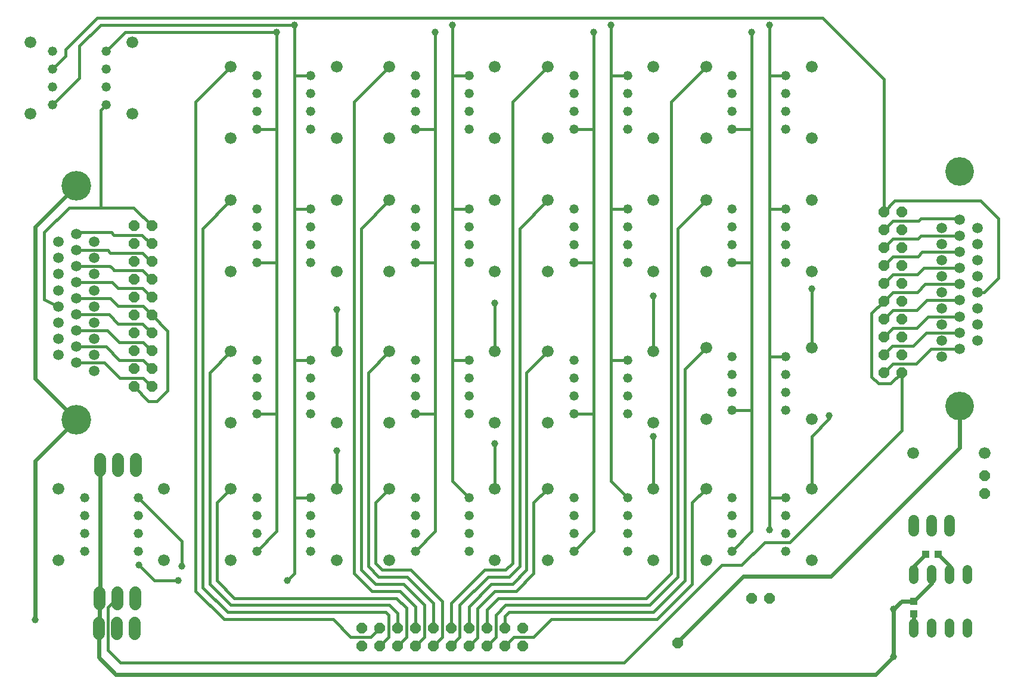
<source format=gbl>
G75*
%MOIN*%
%OFA0B0*%
%FSLAX24Y24*%
%IPPOS*%
%LPD*%
%AMOC8*
5,1,8,0,0,1.08239X$1,22.5*
%
%ADD10C,0.0594*%
%ADD11C,0.1660*%
%ADD12C,0.1601*%
%ADD13OC8,0.0600*%
%ADD14C,0.0520*%
%ADD15C,0.0660*%
%ADD16C,0.0520*%
%ADD17C,0.0600*%
%ADD18R,0.0413X0.0425*%
%ADD19R,0.0425X0.0413*%
%ADD20C,0.0650*%
%ADD21C,0.0396*%
%ADD22C,0.0160*%
%ADD23C,0.0240*%
D10*
X005660Y017977D03*
X005660Y018879D03*
X004660Y018428D03*
X003660Y018879D03*
X004660Y019330D03*
X003660Y019781D03*
X004660Y020231D03*
X003660Y020682D03*
X004660Y021133D03*
X003660Y021584D03*
X004660Y022035D03*
X003660Y022485D03*
X004660Y022936D03*
X003660Y023387D03*
X004660Y023838D03*
X003660Y024289D03*
X004660Y024739D03*
X003660Y025190D03*
X004660Y025641D03*
X005660Y025190D03*
X005660Y024289D03*
X005660Y023387D03*
X005660Y022485D03*
X005660Y021584D03*
X005660Y020682D03*
X005660Y019781D03*
X053069Y019666D03*
X053069Y018765D03*
X054069Y019216D03*
X055069Y019666D03*
X054069Y020117D03*
X055069Y020568D03*
X054069Y021019D03*
X055069Y021470D03*
X054069Y021920D03*
X055069Y022371D03*
X054069Y022822D03*
X055069Y023273D03*
X054069Y023724D03*
X055069Y024174D03*
X054069Y024625D03*
X055069Y025076D03*
X054069Y025527D03*
X055069Y025977D03*
X054069Y026428D03*
X053069Y025977D03*
X053069Y025076D03*
X053069Y024174D03*
X053069Y023273D03*
X053069Y022371D03*
X053069Y021470D03*
X053069Y020568D03*
D11*
X004660Y015226D03*
X004660Y028344D03*
D12*
X054069Y029131D03*
X054069Y016013D03*
D13*
X050829Y017875D03*
X049829Y017875D03*
X049829Y018875D03*
X050829Y018875D03*
X050829Y019875D03*
X049829Y019875D03*
X049829Y020875D03*
X049829Y021875D03*
X050829Y021875D03*
X050829Y020875D03*
X050829Y022875D03*
X049829Y022875D03*
X049829Y023875D03*
X050829Y023875D03*
X050829Y024875D03*
X049829Y024875D03*
X049829Y025875D03*
X050829Y025875D03*
X050829Y026875D03*
X049829Y026875D03*
X055471Y012090D03*
X055471Y011090D03*
X043428Y005251D03*
X042428Y005251D03*
X038291Y002751D03*
X029632Y002584D03*
X028632Y002584D03*
X027632Y002584D03*
X026632Y002584D03*
X025632Y002584D03*
X024632Y002584D03*
X023632Y002584D03*
X022632Y002584D03*
X021632Y002584D03*
X020632Y002584D03*
X020632Y003584D03*
X021632Y003584D03*
X022632Y003584D03*
X023632Y003584D03*
X024632Y003584D03*
X025632Y003584D03*
X026632Y003584D03*
X027632Y003584D03*
X028632Y003584D03*
X029632Y003584D03*
X008900Y017088D03*
X008900Y018088D03*
X007900Y018088D03*
X007900Y017088D03*
X007900Y019088D03*
X007900Y020088D03*
X008900Y020088D03*
X008900Y019088D03*
X008900Y021088D03*
X007900Y021088D03*
X007900Y022088D03*
X007900Y023088D03*
X008900Y023088D03*
X008900Y022088D03*
X008900Y024088D03*
X008900Y025088D03*
X007900Y025088D03*
X007900Y024088D03*
X007900Y026088D03*
X008900Y026088D03*
D14*
X014774Y026025D03*
X014774Y027025D03*
X014774Y025025D03*
X014774Y024025D03*
X017774Y024025D03*
X017774Y025025D03*
X017774Y026025D03*
X017774Y027025D03*
X023632Y027025D03*
X023632Y026025D03*
X023632Y025025D03*
X023632Y024025D03*
X026632Y024025D03*
X026632Y025025D03*
X026632Y026025D03*
X026632Y027025D03*
X032491Y027025D03*
X032491Y026025D03*
X032491Y025025D03*
X032491Y024025D03*
X035491Y024025D03*
X035491Y025025D03*
X035491Y026025D03*
X035491Y027025D03*
X041349Y027025D03*
X041349Y026025D03*
X041349Y025025D03*
X041349Y024025D03*
X044349Y024025D03*
X044349Y025025D03*
X044349Y026025D03*
X044349Y027025D03*
X044349Y031505D03*
X044349Y032505D03*
X044349Y033505D03*
X044349Y034505D03*
X041349Y034505D03*
X041349Y033505D03*
X041349Y032505D03*
X041349Y031505D03*
X035491Y031505D03*
X035491Y032505D03*
X035491Y033505D03*
X035491Y034505D03*
X032491Y034505D03*
X032491Y033505D03*
X032491Y032505D03*
X032491Y031505D03*
X026632Y031505D03*
X026632Y032505D03*
X026632Y033505D03*
X026632Y034505D03*
X023632Y034505D03*
X023632Y033505D03*
X023632Y032505D03*
X023632Y031505D03*
X017774Y031505D03*
X017774Y032505D03*
X017774Y033505D03*
X017774Y034505D03*
X014774Y034505D03*
X014774Y033505D03*
X014774Y032505D03*
X014774Y031505D03*
X006357Y032883D03*
X006357Y033883D03*
X006357Y034883D03*
X006357Y035883D03*
X003357Y035883D03*
X003357Y034883D03*
X003357Y033883D03*
X003357Y032883D03*
X014774Y018560D03*
X014774Y017560D03*
X014774Y016560D03*
X014774Y015560D03*
X017774Y015560D03*
X017774Y016560D03*
X017774Y017560D03*
X017774Y018560D03*
X023632Y018560D03*
X023632Y017560D03*
X023632Y016560D03*
X023632Y015560D03*
X026632Y015560D03*
X026632Y016560D03*
X026632Y017560D03*
X026632Y018560D03*
X032491Y018560D03*
X032491Y017560D03*
X032491Y016560D03*
X032491Y015560D03*
X035491Y015560D03*
X035491Y016560D03*
X035491Y017560D03*
X035491Y018560D03*
X041349Y018757D03*
X041349Y017757D03*
X041349Y016757D03*
X041349Y015757D03*
X044349Y015757D03*
X044349Y016757D03*
X044349Y017757D03*
X044349Y018757D03*
X044349Y010883D03*
X044349Y009883D03*
X044349Y008883D03*
X044349Y007883D03*
X041349Y007883D03*
X041349Y008883D03*
X041349Y009883D03*
X041349Y010883D03*
X035491Y010883D03*
X035491Y009883D03*
X035491Y008883D03*
X035491Y007883D03*
X032491Y007883D03*
X032491Y008883D03*
X032491Y009883D03*
X032491Y010883D03*
X026632Y010883D03*
X026632Y009883D03*
X026632Y008883D03*
X026632Y007883D03*
X023632Y007883D03*
X023632Y008883D03*
X023632Y009883D03*
X023632Y010883D03*
X017774Y010883D03*
X017774Y009883D03*
X017774Y008883D03*
X017774Y007883D03*
X014774Y007883D03*
X014774Y008883D03*
X014774Y009883D03*
X014774Y010883D03*
X008129Y010883D03*
X008129Y009883D03*
X008129Y008883D03*
X008129Y007883D03*
X005129Y007883D03*
X005129Y008883D03*
X005129Y009883D03*
X005129Y010883D03*
D15*
X003676Y011383D03*
X003676Y007383D03*
X009581Y007383D03*
X013321Y007383D03*
X013321Y011383D03*
X009581Y011383D03*
X013321Y015060D03*
X019227Y015060D03*
X022180Y015060D03*
X022180Y011383D03*
X019227Y011383D03*
X019227Y007383D03*
X022180Y007383D03*
X028085Y007383D03*
X031038Y007383D03*
X031038Y011383D03*
X028085Y011383D03*
X028085Y015060D03*
X031038Y015060D03*
X036943Y015060D03*
X039896Y015257D03*
X039896Y011383D03*
X036943Y011383D03*
X036943Y007383D03*
X039896Y007383D03*
X045802Y007383D03*
X045802Y011383D03*
X045802Y015257D03*
X045802Y019257D03*
X039896Y019257D03*
X036943Y019060D03*
X031038Y019060D03*
X028085Y019060D03*
X022180Y019060D03*
X019227Y019060D03*
X013321Y019060D03*
X013321Y023525D03*
X019227Y023525D03*
X022180Y023525D03*
X028085Y023525D03*
X031038Y023525D03*
X036943Y023525D03*
X039896Y023525D03*
X045802Y023525D03*
X045802Y027525D03*
X045802Y031005D03*
X045802Y035005D03*
X039896Y035005D03*
X036943Y035005D03*
X036943Y031005D03*
X039896Y031005D03*
X039896Y027525D03*
X036943Y027525D03*
X031038Y027525D03*
X028085Y027525D03*
X028085Y031005D03*
X031038Y031005D03*
X031038Y035005D03*
X028085Y035005D03*
X022180Y035005D03*
X019227Y035005D03*
X019227Y031005D03*
X022180Y031005D03*
X022180Y027525D03*
X019227Y027525D03*
X013321Y027525D03*
X013321Y031005D03*
X007810Y032383D03*
X013321Y035005D03*
X007810Y036383D03*
X002101Y036383D03*
X002101Y032383D03*
X051481Y013360D03*
X055481Y013360D03*
D16*
X054511Y006820D02*
X054511Y006300D01*
X053511Y006300D02*
X053511Y006820D01*
X052511Y006820D02*
X052511Y006300D01*
X051511Y006300D02*
X051511Y006820D01*
X051511Y003820D02*
X051511Y003300D01*
X052511Y003300D02*
X052511Y003820D01*
X053511Y003820D02*
X053511Y003300D01*
X054511Y003300D02*
X054511Y003820D01*
D17*
X053511Y009000D02*
X053511Y009600D01*
X052511Y009600D02*
X052511Y009000D01*
X051511Y009000D02*
X051511Y009600D01*
D18*
X052177Y007700D03*
X052866Y007700D03*
D19*
X051511Y005064D03*
X051511Y004376D03*
D20*
X007961Y004915D02*
X007961Y005565D01*
X006961Y005565D02*
X006961Y004915D01*
X005961Y004915D02*
X005961Y005565D01*
X005931Y003875D02*
X005931Y003225D01*
X006931Y003225D02*
X006931Y003875D01*
X007931Y003875D02*
X007931Y003225D01*
X007991Y012385D02*
X007991Y013035D01*
X006991Y013035D02*
X006991Y012385D01*
X005991Y012385D02*
X005991Y013035D01*
D21*
X002361Y004040D03*
X008181Y007090D03*
X010369Y006233D03*
X010566Y007021D03*
X016471Y006233D03*
X019227Y013517D03*
X028085Y013911D03*
X036943Y014304D03*
X043441Y009060D03*
X050381Y004620D03*
X050361Y001960D03*
X046786Y015485D03*
X036943Y022178D03*
X028085Y021785D03*
X019227Y021391D03*
X015880Y036942D03*
X016865Y037336D03*
X024739Y036942D03*
X025723Y037336D03*
X033597Y036942D03*
X034581Y037336D03*
X042455Y036942D03*
X043440Y037336D03*
X045802Y022572D03*
D22*
X045802Y019257D01*
X044349Y018757D02*
X043440Y018757D01*
X043440Y027025D01*
X044349Y027025D01*
X043440Y027025D02*
X043440Y034505D01*
X043440Y037336D01*
X042455Y036942D02*
X042455Y031505D01*
X041349Y031505D01*
X042455Y031505D02*
X042455Y024025D01*
X041349Y024025D01*
X042455Y024025D02*
X042455Y015757D01*
X041349Y015757D01*
X042455Y015757D02*
X042455Y008989D01*
X041349Y007883D01*
X041881Y007100D02*
X040761Y007100D01*
X035320Y001639D01*
X007152Y001649D01*
X006441Y002350D01*
X006441Y004720D01*
X006961Y005240D01*
X008181Y007090D02*
X009038Y006233D01*
X010369Y006233D01*
X010172Y006233D01*
X010566Y007021D02*
X010566Y008446D01*
X008129Y010883D01*
X012534Y010596D02*
X012534Y006233D01*
X013518Y005249D01*
X022573Y005249D01*
X023131Y004691D01*
X023131Y003083D01*
X022632Y002584D01*
X022131Y003083D02*
X022131Y004313D01*
X021983Y004462D01*
X013125Y004462D01*
X011747Y005840D01*
X011747Y025950D01*
X013321Y027525D01*
X016865Y027025D02*
X016865Y034580D01*
X016865Y037336D01*
X006038Y037336D01*
X004857Y036155D01*
X004857Y034383D01*
X003357Y032883D01*
X003357Y034883D02*
X004069Y035596D01*
X004069Y035958D01*
X005841Y037729D01*
X046392Y037729D01*
X049829Y034292D01*
X049829Y026875D01*
X050447Y027493D01*
X055251Y027493D01*
X056235Y026509D01*
X056235Y023163D01*
X055443Y022371D01*
X055069Y022371D01*
X054069Y021920D02*
X052237Y021920D01*
X051686Y021370D01*
X050324Y021370D01*
X049829Y020875D01*
X049148Y021194D02*
X049148Y017651D01*
X049542Y017257D01*
X050211Y017257D01*
X050829Y017875D01*
X050829Y014629D01*
X044580Y008380D01*
X043161Y008380D01*
X041881Y007100D01*
X043441Y009060D02*
X043440Y009062D01*
X043440Y010883D01*
X044349Y010883D01*
X043440Y010883D02*
X043440Y018757D01*
X039896Y019257D02*
X038715Y018076D01*
X038715Y006233D01*
X036943Y004462D01*
X028873Y004462D01*
X028632Y004222D01*
X028632Y003584D01*
X027632Y003584D02*
X027632Y004600D01*
X028282Y005249D01*
X036550Y005249D01*
X037928Y006627D01*
X037928Y033037D01*
X039896Y035005D01*
X043440Y034505D02*
X044349Y034505D01*
X035491Y034505D02*
X034581Y034505D01*
X034581Y037336D01*
X033597Y036942D02*
X033597Y031505D01*
X032491Y031505D01*
X033597Y031505D02*
X033597Y024025D01*
X032491Y024025D01*
X033597Y024025D02*
X033597Y015560D01*
X032491Y015560D01*
X033597Y015560D02*
X033597Y008989D01*
X032491Y007883D01*
X030251Y006627D02*
X029266Y005643D01*
X028085Y005643D01*
X027101Y004659D01*
X027101Y003052D01*
X026632Y002584D01*
X026117Y003068D02*
X026117Y004855D01*
X027691Y006430D01*
X028873Y006430D01*
X029463Y007021D01*
X029463Y025950D01*
X031038Y027525D01*
X034581Y027025D02*
X034581Y034505D01*
X031038Y035005D02*
X029069Y033037D01*
X029069Y007218D01*
X028676Y006824D01*
X027495Y006824D01*
X025632Y004962D01*
X025632Y003584D01*
X026117Y003068D02*
X025632Y002584D01*
X025131Y003083D02*
X025131Y005053D01*
X023361Y006824D01*
X021786Y006824D01*
X021392Y007218D01*
X021392Y010596D01*
X022180Y011383D01*
X019227Y011383D02*
X019227Y013517D01*
X017774Y010883D02*
X016865Y010883D01*
X016865Y018560D01*
X017774Y018560D01*
X016865Y018560D02*
X016865Y027025D01*
X017774Y027025D01*
X020605Y025950D02*
X020605Y006824D01*
X021392Y006037D01*
X022967Y006037D01*
X024131Y004872D01*
X024131Y003083D01*
X023632Y002584D01*
X024632Y002584D02*
X025131Y003083D01*
X024632Y003584D02*
X024632Y004962D01*
X023164Y006430D01*
X021589Y006430D01*
X020999Y007021D01*
X020999Y017879D01*
X022180Y019060D01*
X019227Y019060D02*
X019227Y021391D01*
X015880Y024025D02*
X014774Y024025D01*
X015880Y024025D02*
X015880Y031505D01*
X014774Y031505D01*
X015880Y031505D02*
X015880Y036942D01*
X007416Y036942D01*
X006357Y035883D01*
X006357Y032883D02*
X006038Y032564D01*
X006038Y027100D01*
X007888Y027100D01*
X008900Y026088D01*
X008340Y025585D02*
X006765Y025585D01*
X006629Y025722D01*
X004741Y025722D01*
X004660Y025641D01*
X004660Y024739D02*
X006430Y024739D01*
X006589Y024580D01*
X008360Y024580D01*
X008853Y024088D01*
X008900Y024088D01*
X008360Y023596D02*
X006785Y023596D01*
X006727Y023655D01*
X006629Y023753D01*
X006544Y023838D01*
X004660Y023838D01*
X004660Y022936D02*
X006658Y022936D01*
X007002Y022592D01*
X008380Y022592D01*
X008884Y022088D01*
X008900Y022088D01*
X008400Y021588D02*
X007022Y021588D01*
X006575Y022035D01*
X004660Y022035D01*
X003660Y021584D02*
X002888Y021962D01*
X002888Y025722D01*
X004266Y027100D01*
X006038Y027100D01*
X008340Y025585D02*
X008837Y025088D01*
X008900Y025088D01*
X008360Y023596D02*
X008869Y023088D01*
X008900Y023088D01*
X008400Y021588D02*
X008900Y021088D01*
X009778Y020210D01*
X009778Y016863D01*
X009188Y016273D01*
X008715Y016273D01*
X007900Y017088D01*
X008417Y017571D02*
X007102Y017571D01*
X006245Y018428D01*
X004660Y018428D01*
X004660Y019330D02*
X006327Y019330D01*
X007082Y018575D01*
X008413Y018575D01*
X008900Y018088D01*
X008417Y017571D02*
X008900Y017088D01*
X008900Y019088D02*
X008409Y019579D01*
X007062Y019579D01*
X006410Y020231D01*
X004660Y020231D01*
X004660Y021133D02*
X006493Y021133D01*
X007022Y020603D01*
X008388Y020603D01*
X008900Y020091D01*
X008900Y020088D01*
X012140Y017879D02*
X012140Y006037D01*
X013321Y004855D01*
X022180Y004855D01*
X022632Y004403D01*
X022632Y003584D01*
X022131Y003083D02*
X021632Y002584D01*
X021132Y003084D02*
X020014Y003084D01*
X019030Y004068D01*
X012928Y004068D01*
X011353Y005643D01*
X011353Y033037D01*
X013321Y035005D01*
X016865Y034580D02*
X016866Y034565D01*
X016871Y034551D01*
X016878Y034538D01*
X016887Y034527D01*
X016898Y034518D01*
X016911Y034511D01*
X016925Y034506D01*
X016940Y034505D01*
X017774Y034505D01*
X020211Y033037D02*
X020211Y006627D01*
X021195Y005643D01*
X022770Y005643D01*
X023632Y004781D01*
X023632Y003584D01*
X021632Y003584D02*
X021132Y003084D01*
X016865Y006627D02*
X016471Y006233D01*
X016865Y006627D02*
X016865Y010883D01*
X015880Y008989D02*
X014774Y007883D01*
X015880Y008989D02*
X015880Y015560D01*
X014774Y015560D01*
X015880Y015560D02*
X015880Y024025D01*
X020605Y025950D02*
X022180Y027525D01*
X025723Y027025D02*
X025723Y034505D01*
X026632Y034505D01*
X025723Y034505D02*
X025723Y037336D01*
X024739Y036942D02*
X024739Y031505D01*
X023632Y031505D01*
X024739Y031505D02*
X024739Y024025D01*
X023632Y024025D01*
X024739Y024025D02*
X024739Y015560D01*
X023632Y015560D01*
X024739Y015560D02*
X024739Y008989D01*
X023632Y007883D01*
X026632Y004781D02*
X027888Y006037D01*
X029069Y006037D01*
X029857Y006824D01*
X029857Y017879D01*
X031038Y019060D01*
X028085Y019060D02*
X028085Y021785D01*
X026632Y018560D02*
X025723Y018560D01*
X025723Y027025D01*
X026632Y027025D01*
X034581Y027025D02*
X035491Y027025D01*
X034581Y027025D02*
X034581Y018560D01*
X035491Y018560D01*
X034581Y018560D02*
X034581Y011792D01*
X035491Y010883D01*
X036943Y011383D02*
X036943Y014304D01*
X039896Y011383D02*
X039109Y010596D01*
X039109Y006037D01*
X037140Y004068D01*
X031235Y004068D01*
X030251Y003084D01*
X029132Y003084D01*
X028632Y002584D01*
X028131Y003083D02*
X028131Y004311D01*
X028676Y004855D01*
X036747Y004855D01*
X038321Y006430D01*
X038321Y025950D01*
X039896Y027525D01*
X036943Y022178D02*
X036943Y019060D01*
X045802Y014304D02*
X046786Y015289D01*
X046786Y015485D01*
X045802Y014304D02*
X045802Y011383D01*
X049829Y017875D02*
X050324Y018370D01*
X051639Y018370D01*
X052485Y019216D01*
X054069Y019216D01*
X054069Y020117D02*
X052205Y020117D01*
X051458Y019370D01*
X050311Y019370D01*
X049816Y018875D01*
X049829Y018875D01*
X049829Y019875D02*
X050324Y020370D01*
X051671Y020370D01*
X052319Y021019D01*
X054069Y021019D01*
X052154Y022822D02*
X051702Y022370D01*
X050324Y022370D01*
X049829Y021875D01*
X049148Y021194D01*
X049829Y022875D02*
X050324Y023370D01*
X051718Y023370D01*
X052071Y023724D01*
X054069Y023724D01*
X054069Y024625D02*
X051989Y024625D01*
X051734Y024370D01*
X050324Y024370D01*
X049829Y023875D01*
X049829Y024875D02*
X050324Y025370D01*
X051749Y025370D01*
X051906Y025527D01*
X054069Y025527D01*
X054069Y026428D02*
X053989Y026509D01*
X051904Y026509D01*
X051765Y026370D01*
X050324Y026370D01*
X049829Y025875D01*
X052154Y022822D02*
X054069Y022822D01*
X031038Y011383D02*
X030251Y010596D01*
X030251Y006627D01*
X026632Y004781D02*
X026632Y003584D01*
X027632Y002584D02*
X028131Y003083D01*
X026632Y010883D02*
X025723Y011792D01*
X025723Y018560D01*
X028085Y013911D02*
X028085Y011383D01*
X013321Y011383D02*
X012534Y010596D01*
X012140Y017879D02*
X013321Y019060D01*
X020211Y033037D02*
X022180Y035005D01*
D23*
X004660Y028344D02*
X002361Y026045D01*
X002361Y017524D01*
X004660Y015226D01*
X002361Y012927D01*
X002361Y004040D01*
X005931Y003550D02*
X005931Y001920D01*
X006871Y000980D01*
X049381Y000980D01*
X050361Y001960D01*
X050361Y004600D01*
X050381Y004620D01*
X050826Y005064D01*
X051511Y005064D01*
X052511Y006064D01*
X052511Y006560D01*
X051511Y006560D02*
X051511Y007034D01*
X052177Y007700D01*
X052866Y007700D02*
X053511Y007054D01*
X053511Y006560D01*
X051511Y004376D02*
X051511Y003560D01*
X046861Y006460D02*
X041960Y006460D01*
X038291Y002791D01*
X038291Y002751D01*
X046861Y006460D02*
X054069Y013668D01*
X054069Y016013D01*
X005991Y012710D02*
X005991Y005270D01*
X005961Y005240D01*
X005961Y003580D01*
X005931Y003550D01*
M02*

</source>
